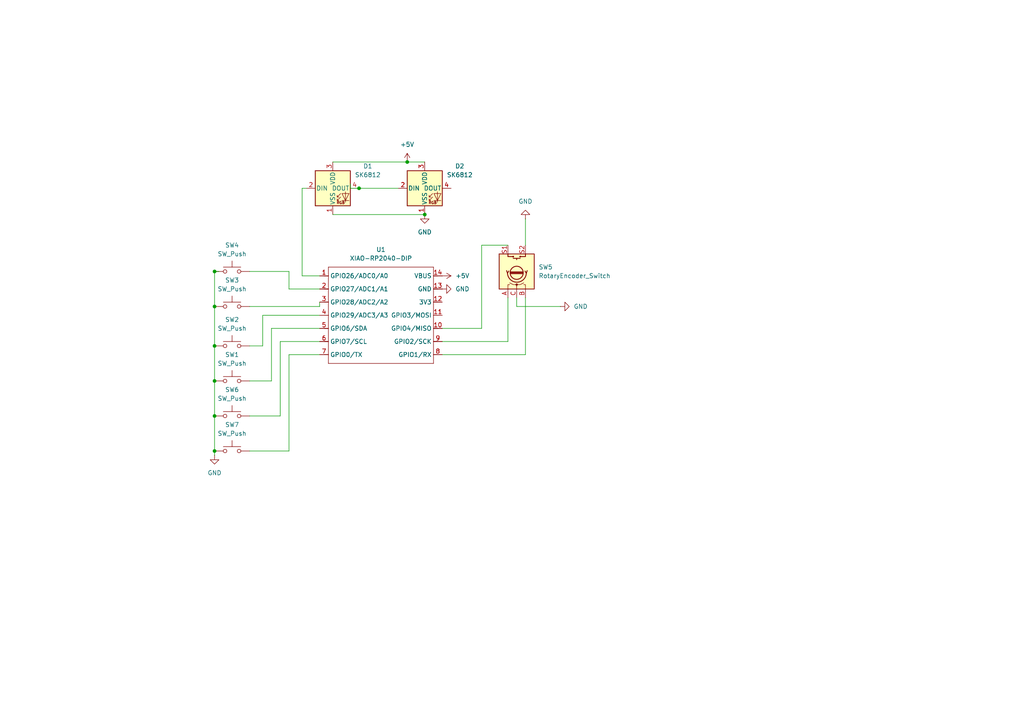
<source format=kicad_sch>
(kicad_sch
	(version 20250114)
	(generator "eeschema")
	(generator_version "9.0")
	(uuid "ee2e637e-3147-4442-92b3-4c2fcd1df389")
	(paper "A4")
	(lib_symbols
		(symbol "Device:RotaryEncoder_Switch"
			(pin_names
				(offset 0.254)
				(hide yes)
			)
			(exclude_from_sim no)
			(in_bom yes)
			(on_board yes)
			(property "Reference" "SW"
				(at 0 6.604 0)
				(effects
					(font
						(size 1.27 1.27)
					)
				)
			)
			(property "Value" "RotaryEncoder_Switch"
				(at 0 -6.604 0)
				(effects
					(font
						(size 1.27 1.27)
					)
				)
			)
			(property "Footprint" ""
				(at -3.81 4.064 0)
				(effects
					(font
						(size 1.27 1.27)
					)
					(hide yes)
				)
			)
			(property "Datasheet" "~"
				(at 0 6.604 0)
				(effects
					(font
						(size 1.27 1.27)
					)
					(hide yes)
				)
			)
			(property "Description" "Rotary encoder, dual channel, incremental quadrate outputs, with switch"
				(at 0 0 0)
				(effects
					(font
						(size 1.27 1.27)
					)
					(hide yes)
				)
			)
			(property "ki_keywords" "rotary switch encoder switch push button"
				(at 0 0 0)
				(effects
					(font
						(size 1.27 1.27)
					)
					(hide yes)
				)
			)
			(property "ki_fp_filters" "RotaryEncoder*Switch*"
				(at 0 0 0)
				(effects
					(font
						(size 1.27 1.27)
					)
					(hide yes)
				)
			)
			(symbol "RotaryEncoder_Switch_0_1"
				(rectangle
					(start -5.08 5.08)
					(end 5.08 -5.08)
					(stroke
						(width 0.254)
						(type default)
					)
					(fill
						(type background)
					)
				)
				(polyline
					(pts
						(xy -5.08 2.54) (xy -3.81 2.54) (xy -3.81 2.032)
					)
					(stroke
						(width 0)
						(type default)
					)
					(fill
						(type none)
					)
				)
				(polyline
					(pts
						(xy -5.08 0) (xy -3.81 0) (xy -3.81 -1.016) (xy -3.302 -2.032)
					)
					(stroke
						(width 0)
						(type default)
					)
					(fill
						(type none)
					)
				)
				(polyline
					(pts
						(xy -5.08 -2.54) (xy -3.81 -2.54) (xy -3.81 -2.032)
					)
					(stroke
						(width 0)
						(type default)
					)
					(fill
						(type none)
					)
				)
				(polyline
					(pts
						(xy -4.318 0) (xy -3.81 0) (xy -3.81 1.016) (xy -3.302 2.032)
					)
					(stroke
						(width 0)
						(type default)
					)
					(fill
						(type none)
					)
				)
				(circle
					(center -3.81 0)
					(radius 0.254)
					(stroke
						(width 0)
						(type default)
					)
					(fill
						(type outline)
					)
				)
				(polyline
					(pts
						(xy -0.635 -1.778) (xy -0.635 1.778)
					)
					(stroke
						(width 0.254)
						(type default)
					)
					(fill
						(type none)
					)
				)
				(circle
					(center -0.381 0)
					(radius 1.905)
					(stroke
						(width 0.254)
						(type default)
					)
					(fill
						(type none)
					)
				)
				(polyline
					(pts
						(xy -0.381 -1.778) (xy -0.381 1.778)
					)
					(stroke
						(width 0.254)
						(type default)
					)
					(fill
						(type none)
					)
				)
				(arc
					(start -0.381 -2.794)
					(mid -3.0988 -0.0635)
					(end -0.381 2.667)
					(stroke
						(width 0.254)
						(type default)
					)
					(fill
						(type none)
					)
				)
				(polyline
					(pts
						(xy -0.127 1.778) (xy -0.127 -1.778)
					)
					(stroke
						(width 0.254)
						(type default)
					)
					(fill
						(type none)
					)
				)
				(polyline
					(pts
						(xy 0.254 2.921) (xy -0.508 2.667) (xy 0.127 2.286)
					)
					(stroke
						(width 0.254)
						(type default)
					)
					(fill
						(type none)
					)
				)
				(polyline
					(pts
						(xy 0.254 -3.048) (xy -0.508 -2.794) (xy 0.127 -2.413)
					)
					(stroke
						(width 0.254)
						(type default)
					)
					(fill
						(type none)
					)
				)
				(polyline
					(pts
						(xy 3.81 1.016) (xy 3.81 -1.016)
					)
					(stroke
						(width 0.254)
						(type default)
					)
					(fill
						(type none)
					)
				)
				(polyline
					(pts
						(xy 3.81 0) (xy 3.429 0)
					)
					(stroke
						(width 0.254)
						(type default)
					)
					(fill
						(type none)
					)
				)
				(circle
					(center 4.318 1.016)
					(radius 0.127)
					(stroke
						(width 0.254)
						(type default)
					)
					(fill
						(type none)
					)
				)
				(circle
					(center 4.318 -1.016)
					(radius 0.127)
					(stroke
						(width 0.254)
						(type default)
					)
					(fill
						(type none)
					)
				)
				(polyline
					(pts
						(xy 5.08 2.54) (xy 4.318 2.54) (xy 4.318 1.016)
					)
					(stroke
						(width 0.254)
						(type default)
					)
					(fill
						(type none)
					)
				)
				(polyline
					(pts
						(xy 5.08 -2.54) (xy 4.318 -2.54) (xy 4.318 -1.016)
					)
					(stroke
						(width 0.254)
						(type default)
					)
					(fill
						(type none)
					)
				)
			)
			(symbol "RotaryEncoder_Switch_1_1"
				(pin passive line
					(at -7.62 2.54 0)
					(length 2.54)
					(name "A"
						(effects
							(font
								(size 1.27 1.27)
							)
						)
					)
					(number "A"
						(effects
							(font
								(size 1.27 1.27)
							)
						)
					)
				)
				(pin passive line
					(at -7.62 0 0)
					(length 2.54)
					(name "C"
						(effects
							(font
								(size 1.27 1.27)
							)
						)
					)
					(number "C"
						(effects
							(font
								(size 1.27 1.27)
							)
						)
					)
				)
				(pin passive line
					(at -7.62 -2.54 0)
					(length 2.54)
					(name "B"
						(effects
							(font
								(size 1.27 1.27)
							)
						)
					)
					(number "B"
						(effects
							(font
								(size 1.27 1.27)
							)
						)
					)
				)
				(pin passive line
					(at 7.62 2.54 180)
					(length 2.54)
					(name "S1"
						(effects
							(font
								(size 1.27 1.27)
							)
						)
					)
					(number "S1"
						(effects
							(font
								(size 1.27 1.27)
							)
						)
					)
				)
				(pin passive line
					(at 7.62 -2.54 180)
					(length 2.54)
					(name "S2"
						(effects
							(font
								(size 1.27 1.27)
							)
						)
					)
					(number "S2"
						(effects
							(font
								(size 1.27 1.27)
							)
						)
					)
				)
			)
			(embedded_fonts no)
		)
		(symbol "LED:SK6812"
			(pin_names
				(offset 0.254)
			)
			(exclude_from_sim no)
			(in_bom yes)
			(on_board yes)
			(property "Reference" "D"
				(at 5.08 5.715 0)
				(effects
					(font
						(size 1.27 1.27)
					)
					(justify right bottom)
				)
			)
			(property "Value" "SK6812"
				(at 1.27 -5.715 0)
				(effects
					(font
						(size 1.27 1.27)
					)
					(justify left top)
				)
			)
			(property "Footprint" "LED_SMD:LED_SK6812_PLCC4_5.0x5.0mm_P3.2mm"
				(at 1.27 -7.62 0)
				(effects
					(font
						(size 1.27 1.27)
					)
					(justify left top)
					(hide yes)
				)
			)
			(property "Datasheet" "https://cdn-shop.adafruit.com/product-files/1138/SK6812+LED+datasheet+.pdf"
				(at 2.54 -9.525 0)
				(effects
					(font
						(size 1.27 1.27)
					)
					(justify left top)
					(hide yes)
				)
			)
			(property "Description" "RGB LED with integrated controller"
				(at 0 0 0)
				(effects
					(font
						(size 1.27 1.27)
					)
					(hide yes)
				)
			)
			(property "ki_keywords" "RGB LED NeoPixel addressable"
				(at 0 0 0)
				(effects
					(font
						(size 1.27 1.27)
					)
					(hide yes)
				)
			)
			(property "ki_fp_filters" "LED*SK6812*PLCC*5.0x5.0mm*P3.2mm*"
				(at 0 0 0)
				(effects
					(font
						(size 1.27 1.27)
					)
					(hide yes)
				)
			)
			(symbol "SK6812_0_0"
				(text "RGB"
					(at 2.286 -4.191 0)
					(effects
						(font
							(size 0.762 0.762)
						)
					)
				)
			)
			(symbol "SK6812_0_1"
				(polyline
					(pts
						(xy 1.27 -2.54) (xy 1.778 -2.54)
					)
					(stroke
						(width 0)
						(type default)
					)
					(fill
						(type none)
					)
				)
				(polyline
					(pts
						(xy 1.27 -3.556) (xy 1.778 -3.556)
					)
					(stroke
						(width 0)
						(type default)
					)
					(fill
						(type none)
					)
				)
				(polyline
					(pts
						(xy 2.286 -1.524) (xy 1.27 -2.54) (xy 1.27 -2.032)
					)
					(stroke
						(width 0)
						(type default)
					)
					(fill
						(type none)
					)
				)
				(polyline
					(pts
						(xy 2.286 -2.54) (xy 1.27 -3.556) (xy 1.27 -3.048)
					)
					(stroke
						(width 0)
						(type default)
					)
					(fill
						(type none)
					)
				)
				(polyline
					(pts
						(xy 3.683 -1.016) (xy 3.683 -3.556) (xy 3.683 -4.064)
					)
					(stroke
						(width 0)
						(type default)
					)
					(fill
						(type none)
					)
				)
				(polyline
					(pts
						(xy 4.699 -1.524) (xy 2.667 -1.524) (xy 3.683 -3.556) (xy 4.699 -1.524)
					)
					(stroke
						(width 0)
						(type default)
					)
					(fill
						(type none)
					)
				)
				(polyline
					(pts
						(xy 4.699 -3.556) (xy 2.667 -3.556)
					)
					(stroke
						(width 0)
						(type default)
					)
					(fill
						(type none)
					)
				)
				(rectangle
					(start 5.08 5.08)
					(end -5.08 -5.08)
					(stroke
						(width 0.254)
						(type default)
					)
					(fill
						(type background)
					)
				)
			)
			(symbol "SK6812_1_1"
				(pin input line
					(at -7.62 0 0)
					(length 2.54)
					(name "DIN"
						(effects
							(font
								(size 1.27 1.27)
							)
						)
					)
					(number "2"
						(effects
							(font
								(size 1.27 1.27)
							)
						)
					)
				)
				(pin power_in line
					(at 0 7.62 270)
					(length 2.54)
					(name "VDD"
						(effects
							(font
								(size 1.27 1.27)
							)
						)
					)
					(number "3"
						(effects
							(font
								(size 1.27 1.27)
							)
						)
					)
				)
				(pin power_in line
					(at 0 -7.62 90)
					(length 2.54)
					(name "VSS"
						(effects
							(font
								(size 1.27 1.27)
							)
						)
					)
					(number "1"
						(effects
							(font
								(size 1.27 1.27)
							)
						)
					)
				)
				(pin output line
					(at 7.62 0 180)
					(length 2.54)
					(name "DOUT"
						(effects
							(font
								(size 1.27 1.27)
							)
						)
					)
					(number "4"
						(effects
							(font
								(size 1.27 1.27)
							)
						)
					)
				)
			)
			(embedded_fonts no)
		)
		(symbol "OPL:XIAO-RP2040-DIP"
			(exclude_from_sim no)
			(in_bom yes)
			(on_board yes)
			(property "Reference" "U"
				(at 0 0 0)
				(effects
					(font
						(size 1.27 1.27)
					)
				)
			)
			(property "Value" "XIAO-RP2040-DIP"
				(at 5.334 -1.778 0)
				(effects
					(font
						(size 1.27 1.27)
					)
				)
			)
			(property "Footprint" "Module:MOUDLE14P-XIAO-DIP-SMD"
				(at 14.478 -32.258 0)
				(effects
					(font
						(size 1.27 1.27)
					)
					(hide yes)
				)
			)
			(property "Datasheet" ""
				(at 0 0 0)
				(effects
					(font
						(size 1.27 1.27)
					)
					(hide yes)
				)
			)
			(property "Description" ""
				(at 0 0 0)
				(effects
					(font
						(size 1.27 1.27)
					)
					(hide yes)
				)
			)
			(symbol "XIAO-RP2040-DIP_1_0"
				(polyline
					(pts
						(xy -1.27 -2.54) (xy 29.21 -2.54)
					)
					(stroke
						(width 0.1524)
						(type solid)
					)
					(fill
						(type none)
					)
				)
				(polyline
					(pts
						(xy -1.27 -5.08) (xy -2.54 -5.08)
					)
					(stroke
						(width 0.1524)
						(type solid)
					)
					(fill
						(type none)
					)
				)
				(polyline
					(pts
						(xy -1.27 -5.08) (xy -1.27 -2.54)
					)
					(stroke
						(width 0.1524)
						(type solid)
					)
					(fill
						(type none)
					)
				)
				(polyline
					(pts
						(xy -1.27 -8.89) (xy -2.54 -8.89)
					)
					(stroke
						(width 0.1524)
						(type solid)
					)
					(fill
						(type none)
					)
				)
				(polyline
					(pts
						(xy -1.27 -8.89) (xy -1.27 -5.08)
					)
					(stroke
						(width 0.1524)
						(type solid)
					)
					(fill
						(type none)
					)
				)
				(polyline
					(pts
						(xy -1.27 -12.7) (xy -2.54 -12.7)
					)
					(stroke
						(width 0.1524)
						(type solid)
					)
					(fill
						(type none)
					)
				)
				(polyline
					(pts
						(xy -1.27 -12.7) (xy -1.27 -8.89)
					)
					(stroke
						(width 0.1524)
						(type solid)
					)
					(fill
						(type none)
					)
				)
				(polyline
					(pts
						(xy -1.27 -16.51) (xy -2.54 -16.51)
					)
					(stroke
						(width 0.1524)
						(type solid)
					)
					(fill
						(type none)
					)
				)
				(polyline
					(pts
						(xy -1.27 -16.51) (xy -1.27 -12.7)
					)
					(stroke
						(width 0.1524)
						(type solid)
					)
					(fill
						(type none)
					)
				)
				(polyline
					(pts
						(xy -1.27 -20.32) (xy -2.54 -20.32)
					)
					(stroke
						(width 0.1524)
						(type solid)
					)
					(fill
						(type none)
					)
				)
				(polyline
					(pts
						(xy -1.27 -24.13) (xy -2.54 -24.13)
					)
					(stroke
						(width 0.1524)
						(type solid)
					)
					(fill
						(type none)
					)
				)
				(polyline
					(pts
						(xy -1.27 -27.94) (xy -2.54 -27.94)
					)
					(stroke
						(width 0.1524)
						(type solid)
					)
					(fill
						(type none)
					)
				)
				(polyline
					(pts
						(xy -1.27 -30.48) (xy -1.27 -16.51)
					)
					(stroke
						(width 0.1524)
						(type solid)
					)
					(fill
						(type none)
					)
				)
				(polyline
					(pts
						(xy 29.21 -2.54) (xy 29.21 -5.08)
					)
					(stroke
						(width 0.1524)
						(type solid)
					)
					(fill
						(type none)
					)
				)
				(polyline
					(pts
						(xy 29.21 -5.08) (xy 29.21 -8.89)
					)
					(stroke
						(width 0.1524)
						(type solid)
					)
					(fill
						(type none)
					)
				)
				(polyline
					(pts
						(xy 29.21 -8.89) (xy 29.21 -12.7)
					)
					(stroke
						(width 0.1524)
						(type solid)
					)
					(fill
						(type none)
					)
				)
				(polyline
					(pts
						(xy 29.21 -12.7) (xy 29.21 -30.48)
					)
					(stroke
						(width 0.1524)
						(type solid)
					)
					(fill
						(type none)
					)
				)
				(polyline
					(pts
						(xy 29.21 -30.48) (xy -1.27 -30.48)
					)
					(stroke
						(width 0.1524)
						(type solid)
					)
					(fill
						(type none)
					)
				)
				(polyline
					(pts
						(xy 30.48 -5.08) (xy 29.21 -5.08)
					)
					(stroke
						(width 0.1524)
						(type solid)
					)
					(fill
						(type none)
					)
				)
				(polyline
					(pts
						(xy 30.48 -8.89) (xy 29.21 -8.89)
					)
					(stroke
						(width 0.1524)
						(type solid)
					)
					(fill
						(type none)
					)
				)
				(polyline
					(pts
						(xy 30.48 -12.7) (xy 29.21 -12.7)
					)
					(stroke
						(width 0.1524)
						(type solid)
					)
					(fill
						(type none)
					)
				)
				(polyline
					(pts
						(xy 30.48 -16.51) (xy 29.21 -16.51)
					)
					(stroke
						(width 0.1524)
						(type solid)
					)
					(fill
						(type none)
					)
				)
				(polyline
					(pts
						(xy 30.48 -20.32) (xy 29.21 -20.32)
					)
					(stroke
						(width 0.1524)
						(type solid)
					)
					(fill
						(type none)
					)
				)
				(polyline
					(pts
						(xy 30.48 -24.13) (xy 29.21 -24.13)
					)
					(stroke
						(width 0.1524)
						(type solid)
					)
					(fill
						(type none)
					)
				)
				(polyline
					(pts
						(xy 30.48 -27.94) (xy 29.21 -27.94)
					)
					(stroke
						(width 0.1524)
						(type solid)
					)
					(fill
						(type none)
					)
				)
				(pin passive line
					(at -3.81 -5.08 0)
					(length 2.54)
					(name "GPIO26/ADC0/A0"
						(effects
							(font
								(size 1.27 1.27)
							)
						)
					)
					(number "1"
						(effects
							(font
								(size 1.27 1.27)
							)
						)
					)
				)
				(pin passive line
					(at -3.81 -8.89 0)
					(length 2.54)
					(name "GPIO27/ADC1/A1"
						(effects
							(font
								(size 1.27 1.27)
							)
						)
					)
					(number "2"
						(effects
							(font
								(size 1.27 1.27)
							)
						)
					)
				)
				(pin passive line
					(at -3.81 -12.7 0)
					(length 2.54)
					(name "GPIO28/ADC2/A2"
						(effects
							(font
								(size 1.27 1.27)
							)
						)
					)
					(number "3"
						(effects
							(font
								(size 1.27 1.27)
							)
						)
					)
				)
				(pin passive line
					(at -3.81 -16.51 0)
					(length 2.54)
					(name "GPIO29/ADC3/A3"
						(effects
							(font
								(size 1.27 1.27)
							)
						)
					)
					(number "4"
						(effects
							(font
								(size 1.27 1.27)
							)
						)
					)
				)
				(pin passive line
					(at -3.81 -20.32 0)
					(length 2.54)
					(name "GPIO6/SDA"
						(effects
							(font
								(size 1.27 1.27)
							)
						)
					)
					(number "5"
						(effects
							(font
								(size 1.27 1.27)
							)
						)
					)
				)
				(pin passive line
					(at -3.81 -24.13 0)
					(length 2.54)
					(name "GPIO7/SCL"
						(effects
							(font
								(size 1.27 1.27)
							)
						)
					)
					(number "6"
						(effects
							(font
								(size 1.27 1.27)
							)
						)
					)
				)
				(pin passive line
					(at -3.81 -27.94 0)
					(length 2.54)
					(name "GPIO0/TX"
						(effects
							(font
								(size 1.27 1.27)
							)
						)
					)
					(number "7"
						(effects
							(font
								(size 1.27 1.27)
							)
						)
					)
				)
				(pin passive line
					(at 31.75 -5.08 180)
					(length 2.54)
					(name "VBUS"
						(effects
							(font
								(size 1.27 1.27)
							)
						)
					)
					(number "14"
						(effects
							(font
								(size 1.27 1.27)
							)
						)
					)
				)
				(pin passive line
					(at 31.75 -8.89 180)
					(length 2.54)
					(name "GND"
						(effects
							(font
								(size 1.27 1.27)
							)
						)
					)
					(number "13"
						(effects
							(font
								(size 1.27 1.27)
							)
						)
					)
				)
				(pin passive line
					(at 31.75 -12.7 180)
					(length 2.54)
					(name "3V3"
						(effects
							(font
								(size 1.27 1.27)
							)
						)
					)
					(number "12"
						(effects
							(font
								(size 1.27 1.27)
							)
						)
					)
				)
				(pin passive line
					(at 31.75 -16.51 180)
					(length 2.54)
					(name "GPIO3/MOSI"
						(effects
							(font
								(size 1.27 1.27)
							)
						)
					)
					(number "11"
						(effects
							(font
								(size 1.27 1.27)
							)
						)
					)
				)
				(pin passive line
					(at 31.75 -20.32 180)
					(length 2.54)
					(name "GPIO4/MISO"
						(effects
							(font
								(size 1.27 1.27)
							)
						)
					)
					(number "10"
						(effects
							(font
								(size 1.27 1.27)
							)
						)
					)
				)
				(pin passive line
					(at 31.75 -24.13 180)
					(length 2.54)
					(name "GPIO2/SCK"
						(effects
							(font
								(size 1.27 1.27)
							)
						)
					)
					(number "9"
						(effects
							(font
								(size 1.27 1.27)
							)
						)
					)
				)
				(pin passive line
					(at 31.75 -27.94 180)
					(length 2.54)
					(name "GPIO1/RX"
						(effects
							(font
								(size 1.27 1.27)
							)
						)
					)
					(number "8"
						(effects
							(font
								(size 1.27 1.27)
							)
						)
					)
				)
			)
			(embedded_fonts no)
		)
		(symbol "Switch:SW_Push"
			(pin_numbers
				(hide yes)
			)
			(pin_names
				(offset 1.016)
				(hide yes)
			)
			(exclude_from_sim no)
			(in_bom yes)
			(on_board yes)
			(property "Reference" "SW"
				(at 1.27 2.54 0)
				(effects
					(font
						(size 1.27 1.27)
					)
					(justify left)
				)
			)
			(property "Value" "SW_Push"
				(at 0 -1.524 0)
				(effects
					(font
						(size 1.27 1.27)
					)
				)
			)
			(property "Footprint" ""
				(at 0 5.08 0)
				(effects
					(font
						(size 1.27 1.27)
					)
					(hide yes)
				)
			)
			(property "Datasheet" "~"
				(at 0 5.08 0)
				(effects
					(font
						(size 1.27 1.27)
					)
					(hide yes)
				)
			)
			(property "Description" "Push button switch, generic, two pins"
				(at 0 0 0)
				(effects
					(font
						(size 1.27 1.27)
					)
					(hide yes)
				)
			)
			(property "ki_keywords" "switch normally-open pushbutton push-button"
				(at 0 0 0)
				(effects
					(font
						(size 1.27 1.27)
					)
					(hide yes)
				)
			)
			(symbol "SW_Push_0_1"
				(circle
					(center -2.032 0)
					(radius 0.508)
					(stroke
						(width 0)
						(type default)
					)
					(fill
						(type none)
					)
				)
				(polyline
					(pts
						(xy 0 1.27) (xy 0 3.048)
					)
					(stroke
						(width 0)
						(type default)
					)
					(fill
						(type none)
					)
				)
				(circle
					(center 2.032 0)
					(radius 0.508)
					(stroke
						(width 0)
						(type default)
					)
					(fill
						(type none)
					)
				)
				(polyline
					(pts
						(xy 2.54 1.27) (xy -2.54 1.27)
					)
					(stroke
						(width 0)
						(type default)
					)
					(fill
						(type none)
					)
				)
				(pin passive line
					(at -5.08 0 0)
					(length 2.54)
					(name "1"
						(effects
							(font
								(size 1.27 1.27)
							)
						)
					)
					(number "1"
						(effects
							(font
								(size 1.27 1.27)
							)
						)
					)
				)
				(pin passive line
					(at 5.08 0 180)
					(length 2.54)
					(name "2"
						(effects
							(font
								(size 1.27 1.27)
							)
						)
					)
					(number "2"
						(effects
							(font
								(size 1.27 1.27)
							)
						)
					)
				)
			)
			(embedded_fonts no)
		)
		(symbol "power:+5V"
			(power)
			(pin_numbers
				(hide yes)
			)
			(pin_names
				(offset 0)
				(hide yes)
			)
			(exclude_from_sim no)
			(in_bom yes)
			(on_board yes)
			(property "Reference" "#PWR"
				(at 0 -3.81 0)
				(effects
					(font
						(size 1.27 1.27)
					)
					(hide yes)
				)
			)
			(property "Value" "+5V"
				(at 0 3.556 0)
				(effects
					(font
						(size 1.27 1.27)
					)
				)
			)
			(property "Footprint" ""
				(at 0 0 0)
				(effects
					(font
						(size 1.27 1.27)
					)
					(hide yes)
				)
			)
			(property "Datasheet" ""
				(at 0 0 0)
				(effects
					(font
						(size 1.27 1.27)
					)
					(hide yes)
				)
			)
			(property "Description" "Power symbol creates a global label with name \"+5V\""
				(at 0 0 0)
				(effects
					(font
						(size 1.27 1.27)
					)
					(hide yes)
				)
			)
			(property "ki_keywords" "global power"
				(at 0 0 0)
				(effects
					(font
						(size 1.27 1.27)
					)
					(hide yes)
				)
			)
			(symbol "+5V_0_1"
				(polyline
					(pts
						(xy -0.762 1.27) (xy 0 2.54)
					)
					(stroke
						(width 0)
						(type default)
					)
					(fill
						(type none)
					)
				)
				(polyline
					(pts
						(xy 0 2.54) (xy 0.762 1.27)
					)
					(stroke
						(width 0)
						(type default)
					)
					(fill
						(type none)
					)
				)
				(polyline
					(pts
						(xy 0 0) (xy 0 2.54)
					)
					(stroke
						(width 0)
						(type default)
					)
					(fill
						(type none)
					)
				)
			)
			(symbol "+5V_1_1"
				(pin power_in line
					(at 0 0 90)
					(length 0)
					(name "~"
						(effects
							(font
								(size 1.27 1.27)
							)
						)
					)
					(number "1"
						(effects
							(font
								(size 1.27 1.27)
							)
						)
					)
				)
			)
			(embedded_fonts no)
		)
		(symbol "power:GND"
			(power)
			(pin_numbers
				(hide yes)
			)
			(pin_names
				(offset 0)
				(hide yes)
			)
			(exclude_from_sim no)
			(in_bom yes)
			(on_board yes)
			(property "Reference" "#PWR"
				(at 0 -6.35 0)
				(effects
					(font
						(size 1.27 1.27)
					)
					(hide yes)
				)
			)
			(property "Value" "GND"
				(at 0 -3.81 0)
				(effects
					(font
						(size 1.27 1.27)
					)
				)
			)
			(property "Footprint" ""
				(at 0 0 0)
				(effects
					(font
						(size 1.27 1.27)
					)
					(hide yes)
				)
			)
			(property "Datasheet" ""
				(at 0 0 0)
				(effects
					(font
						(size 1.27 1.27)
					)
					(hide yes)
				)
			)
			(property "Description" "Power symbol creates a global label with name \"GND\" , ground"
				(at 0 0 0)
				(effects
					(font
						(size 1.27 1.27)
					)
					(hide yes)
				)
			)
			(property "ki_keywords" "global power"
				(at 0 0 0)
				(effects
					(font
						(size 1.27 1.27)
					)
					(hide yes)
				)
			)
			(symbol "GND_0_1"
				(polyline
					(pts
						(xy 0 0) (xy 0 -1.27) (xy 1.27 -1.27) (xy 0 -2.54) (xy -1.27 -1.27) (xy 0 -1.27)
					)
					(stroke
						(width 0)
						(type default)
					)
					(fill
						(type none)
					)
				)
			)
			(symbol "GND_1_1"
				(pin power_in line
					(at 0 0 270)
					(length 0)
					(name "~"
						(effects
							(font
								(size 1.27 1.27)
							)
						)
					)
					(number "1"
						(effects
							(font
								(size 1.27 1.27)
							)
						)
					)
				)
			)
			(embedded_fonts no)
		)
	)
	(junction
		(at 62.23 130.81)
		(diameter 0)
		(color 0 0 0 0)
		(uuid "1f5e6903-1540-44c0-b9bb-a731ff5f91ea")
	)
	(junction
		(at 62.23 78.74)
		(diameter 0)
		(color 0 0 0 0)
		(uuid "43994ced-b5ab-42b6-b0b3-130c773d5a0f")
	)
	(junction
		(at 123.19 62.23)
		(diameter 0)
		(color 0 0 0 0)
		(uuid "4944adb5-09b7-45fc-b320-b0e642066c3a")
	)
	(junction
		(at 62.23 88.9)
		(diameter 0)
		(color 0 0 0 0)
		(uuid "4f59e6fd-a71e-45f9-9eb5-8b1de9982c55")
	)
	(junction
		(at 62.23 100.33)
		(diameter 0)
		(color 0 0 0 0)
		(uuid "7f1ba6a9-98fa-4982-b201-dcf02f973516")
	)
	(junction
		(at 62.23 120.65)
		(diameter 0)
		(color 0 0 0 0)
		(uuid "88899ea1-0f20-4923-9964-69bcbb7be831")
	)
	(junction
		(at 62.23 110.49)
		(diameter 0)
		(color 0 0 0 0)
		(uuid "b9c306c5-279c-4994-a4b0-366a685894cf")
	)
	(junction
		(at 118.11 46.99)
		(diameter 0)
		(color 0 0 0 0)
		(uuid "faf3df4a-61b8-44e3-8460-f20c2b19f13d")
	)
	(junction
		(at 104.14 54.61)
		(diameter 0)
		(color 0 0 0 0)
		(uuid "fb890d3c-5269-4d33-9ec3-81a5b83af418")
	)
	(wire
		(pts
			(xy 78.74 95.25) (xy 78.74 110.49)
		)
		(stroke
			(width 0)
			(type default)
		)
		(uuid "007b164d-c7ea-4371-9c42-02bc62e2b5d0")
	)
	(wire
		(pts
			(xy 149.86 88.9) (xy 162.56 88.9)
		)
		(stroke
			(width 0)
			(type default)
		)
		(uuid "04961cb0-afbe-45f9-ac36-9061dd372e99")
	)
	(wire
		(pts
			(xy 83.82 78.74) (xy 72.39 78.74)
		)
		(stroke
			(width 0)
			(type default)
		)
		(uuid "0512c2a1-bad5-43b7-8b71-5f8b2ffde70f")
	)
	(wire
		(pts
			(xy 62.23 120.65) (xy 62.23 130.81)
		)
		(stroke
			(width 0)
			(type default)
		)
		(uuid "05ecbf5d-b576-4b24-9c02-ae87d98fefa8")
	)
	(wire
		(pts
			(xy 147.32 99.06) (xy 128.27 99.06)
		)
		(stroke
			(width 0)
			(type default)
		)
		(uuid "08f28a5d-e336-416f-88b8-2931ef770580")
	)
	(wire
		(pts
			(xy 96.52 46.99) (xy 118.11 46.99)
		)
		(stroke
			(width 0)
			(type default)
		)
		(uuid "09e4e080-36da-4119-975d-714ba58604b1")
	)
	(wire
		(pts
			(xy 83.82 83.82) (xy 92.71 83.82)
		)
		(stroke
			(width 0)
			(type default)
		)
		(uuid "0f0c0c3e-25dd-47b3-8cea-9d064463d97a")
	)
	(wire
		(pts
			(xy 101.6 54.61) (xy 104.14 54.61)
		)
		(stroke
			(width 0)
			(type default)
		)
		(uuid "211e216f-f969-4d66-8f0b-f25d9e84466e")
	)
	(wire
		(pts
			(xy 149.86 86.36) (xy 149.86 88.9)
		)
		(stroke
			(width 0)
			(type default)
		)
		(uuid "23c612a4-429e-4b4a-8f6e-51be335f8e74")
	)
	(wire
		(pts
			(xy 63.5 78.74) (xy 62.23 78.74)
		)
		(stroke
			(width 0)
			(type default)
		)
		(uuid "2ae0d18d-ac2f-4448-9026-476882bd2538")
	)
	(wire
		(pts
			(xy 139.7 71.12) (xy 139.7 95.25)
		)
		(stroke
			(width 0)
			(type default)
		)
		(uuid "443ebeaf-d3fd-4c10-97a3-f2abe6d02d23")
	)
	(wire
		(pts
			(xy 147.32 86.36) (xy 147.32 99.06)
		)
		(stroke
			(width 0)
			(type default)
		)
		(uuid "44a2db16-d8d3-433b-98f0-858e77d957e7")
	)
	(wire
		(pts
			(xy 62.23 110.49) (xy 62.23 120.65)
		)
		(stroke
			(width 0)
			(type default)
		)
		(uuid "4e140a83-9cd1-4402-a087-6c50dc7ec1f4")
	)
	(wire
		(pts
			(xy 78.74 95.25) (xy 92.71 95.25)
		)
		(stroke
			(width 0)
			(type default)
		)
		(uuid "555f8a8b-6107-40e1-8ca3-020c7d795c1e")
	)
	(wire
		(pts
			(xy 87.63 54.61) (xy 87.63 80.01)
		)
		(stroke
			(width 0)
			(type default)
		)
		(uuid "59223298-2596-4b56-a6fe-27e55abbf93a")
	)
	(wire
		(pts
			(xy 87.63 80.01) (xy 92.71 80.01)
		)
		(stroke
			(width 0)
			(type default)
		)
		(uuid "656a96f8-8fae-43ed-9470-9e5d5d472ee0")
	)
	(wire
		(pts
			(xy 76.2 100.33) (xy 76.2 91.44)
		)
		(stroke
			(width 0)
			(type default)
		)
		(uuid "6b1c7c17-d2c7-4079-a9af-e4d2e9e24d54")
	)
	(wire
		(pts
			(xy 78.74 110.49) (xy 72.39 110.49)
		)
		(stroke
			(width 0)
			(type default)
		)
		(uuid "7c42cfbb-1386-4173-8ae8-3a236e83f611")
	)
	(wire
		(pts
			(xy 62.23 88.9) (xy 62.23 100.33)
		)
		(stroke
			(width 0)
			(type default)
		)
		(uuid "7d011e09-e6b3-4508-9d91-689657e18617")
	)
	(wire
		(pts
			(xy 139.7 95.25) (xy 128.27 95.25)
		)
		(stroke
			(width 0)
			(type default)
		)
		(uuid "820a7d3f-034a-4acf-bd0a-e3bbb4678a6b")
	)
	(wire
		(pts
			(xy 81.28 120.65) (xy 81.28 99.06)
		)
		(stroke
			(width 0)
			(type default)
		)
		(uuid "8289d7b8-c565-4792-a9fa-3337504f735f")
	)
	(wire
		(pts
			(xy 83.82 130.81) (xy 83.82 102.87)
		)
		(stroke
			(width 0)
			(type default)
		)
		(uuid "843a7df9-308f-4a55-9e88-c46999717ab9")
	)
	(wire
		(pts
			(xy 83.82 78.74) (xy 83.82 83.82)
		)
		(stroke
			(width 0)
			(type default)
		)
		(uuid "8cc280c8-cf65-493b-913a-ae8ad6bc03dd")
	)
	(wire
		(pts
			(xy 81.28 99.06) (xy 92.71 99.06)
		)
		(stroke
			(width 0)
			(type default)
		)
		(uuid "9894445b-27e0-479d-bee1-90d498cfa217")
	)
	(wire
		(pts
			(xy 62.23 78.74) (xy 62.23 88.9)
		)
		(stroke
			(width 0)
			(type default)
		)
		(uuid "a0cf7825-87ac-4eb6-9df0-a54f9536342b")
	)
	(wire
		(pts
			(xy 92.71 88.9) (xy 92.71 87.63)
		)
		(stroke
			(width 0)
			(type default)
		)
		(uuid "a7506c00-42e1-4bfa-adea-75502118a01a")
	)
	(wire
		(pts
			(xy 152.4 102.87) (xy 128.27 102.87)
		)
		(stroke
			(width 0)
			(type default)
		)
		(uuid "ac7fdcfb-82a9-4d4e-96cf-1fda8b8df0bf")
	)
	(wire
		(pts
			(xy 123.19 46.99) (xy 118.11 46.99)
		)
		(stroke
			(width 0)
			(type default)
		)
		(uuid "beb68c5b-8a2c-4e96-9c8b-8ddf5d3760ae")
	)
	(wire
		(pts
			(xy 72.39 130.81) (xy 83.82 130.81)
		)
		(stroke
			(width 0)
			(type default)
		)
		(uuid "c22b0456-dde6-45a8-8d6e-af52cee393c5")
	)
	(wire
		(pts
			(xy 83.82 102.87) (xy 92.71 102.87)
		)
		(stroke
			(width 0)
			(type default)
		)
		(uuid "cc8f69c7-8068-4993-a8d4-8d3df07b58b0")
	)
	(wire
		(pts
			(xy 72.39 88.9) (xy 92.71 88.9)
		)
		(stroke
			(width 0)
			(type default)
		)
		(uuid "d5d961f9-0bc1-4b95-9696-f2dab1fcb6ee")
	)
	(wire
		(pts
			(xy 62.23 132.08) (xy 62.23 130.81)
		)
		(stroke
			(width 0)
			(type default)
		)
		(uuid "d935dd1e-09a7-4831-bf7c-0db52b190754")
	)
	(wire
		(pts
			(xy 72.39 120.65) (xy 81.28 120.65)
		)
		(stroke
			(width 0)
			(type default)
		)
		(uuid "dd967fb4-b476-401d-91b7-92c96ec9d64f")
	)
	(wire
		(pts
			(xy 147.32 71.12) (xy 139.7 71.12)
		)
		(stroke
			(width 0)
			(type default)
		)
		(uuid "de19078c-6e29-4856-bf07-a88f437700da")
	)
	(wire
		(pts
			(xy 76.2 91.44) (xy 92.71 91.44)
		)
		(stroke
			(width 0)
			(type default)
		)
		(uuid "e7ddaf5e-5f73-4946-bb5f-06a576eb7e30")
	)
	(wire
		(pts
			(xy 101.6 53.34) (xy 101.6 54.61)
		)
		(stroke
			(width 0)
			(type default)
		)
		(uuid "e85c9717-a6e8-4fe2-88c8-357182ea597c")
	)
	(wire
		(pts
			(xy 62.23 100.33) (xy 62.23 110.49)
		)
		(stroke
			(width 0)
			(type default)
		)
		(uuid "ed512a7c-4d5e-4f6c-af54-db28ce83181e")
	)
	(wire
		(pts
			(xy 76.2 100.33) (xy 72.39 100.33)
		)
		(stroke
			(width 0)
			(type default)
		)
		(uuid "ede04d05-3c48-4090-aa5e-9764faf41b0d")
	)
	(wire
		(pts
			(xy 87.63 54.61) (xy 88.9 54.61)
		)
		(stroke
			(width 0)
			(type default)
		)
		(uuid "efca526c-b4c5-474e-a461-9a8b71ad48e6")
	)
	(wire
		(pts
			(xy 152.4 86.36) (xy 152.4 102.87)
		)
		(stroke
			(width 0)
			(type default)
		)
		(uuid "f3175b05-1218-44ce-b7b2-4efe03ae5f80")
	)
	(wire
		(pts
			(xy 104.14 54.61) (xy 115.57 54.61)
		)
		(stroke
			(width 0)
			(type default)
		)
		(uuid "f422d059-252a-48fe-a8d5-94a51d082779")
	)
	(wire
		(pts
			(xy 96.52 62.23) (xy 123.19 62.23)
		)
		(stroke
			(width 0)
			(type default)
		)
		(uuid "fe3748ac-5689-4c45-961f-e7f781d65451")
	)
	(wire
		(pts
			(xy 152.4 63.5) (xy 152.4 71.12)
		)
		(stroke
			(width 0)
			(type default)
		)
		(uuid "fe757187-25eb-4ab0-9b37-d8b6a3f1d290")
	)
	(symbol
		(lib_id "power:GND")
		(at 162.56 88.9 90)
		(unit 1)
		(exclude_from_sim no)
		(in_bom yes)
		(on_board yes)
		(dnp no)
		(fields_autoplaced yes)
		(uuid "1bbd15c8-5e39-4161-b8b2-88c84b160fa5")
		(property "Reference" "#PWR04"
			(at 168.91 88.9 0)
			(effects
				(font
					(size 1.27 1.27)
				)
				(hide yes)
			)
		)
		(property "Value" "GND"
			(at 166.37 88.8999 90)
			(effects
				(font
					(size 1.27 1.27)
				)
				(justify right)
			)
		)
		(property "Footprint" ""
			(at 162.56 88.9 0)
			(effects
				(font
					(size 1.27 1.27)
				)
				(hide yes)
			)
		)
		(property "Datasheet" ""
			(at 162.56 88.9 0)
			(effects
				(font
					(size 1.27 1.27)
				)
				(hide yes)
			)
		)
		(property "Description" "Power symbol creates a global label with name \"GND\" , ground"
			(at 162.56 88.9 0)
			(effects
				(font
					(size 1.27 1.27)
				)
				(hide yes)
			)
		)
		(pin "1"
			(uuid "c2ac9d12-fe20-447e-8eed-ee6e6804b181")
		)
		(instances
			(project ""
				(path "/ee2e637e-3147-4442-92b3-4c2fcd1df389"
					(reference "#PWR04")
					(unit 1)
				)
			)
		)
	)
	(symbol
		(lib_id "Switch:SW_Push")
		(at 67.31 88.9 0)
		(unit 1)
		(exclude_from_sim no)
		(in_bom yes)
		(on_board yes)
		(dnp no)
		(fields_autoplaced yes)
		(uuid "1ffca5cd-85b7-449b-9f98-26a4b2be7dec")
		(property "Reference" "SW3"
			(at 67.31 81.28 0)
			(effects
				(font
					(size 1.27 1.27)
				)
			)
		)
		(property "Value" "SW_Push"
			(at 67.31 83.82 0)
			(effects
				(font
					(size 1.27 1.27)
				)
			)
		)
		(property "Footprint" "Button_Switch_Keyboard:SW_Cherry_MX_1.00u_PCB"
			(at 67.31 83.82 0)
			(effects
				(font
					(size 1.27 1.27)
				)
				(hide yes)
			)
		)
		(property "Datasheet" "~"
			(at 67.31 83.82 0)
			(effects
				(font
					(size 1.27 1.27)
				)
				(hide yes)
			)
		)
		(property "Description" "Push button switch, generic, two pins"
			(at 67.31 88.9 0)
			(effects
				(font
					(size 1.27 1.27)
				)
				(hide yes)
			)
		)
		(pin "1"
			(uuid "da209630-b85e-442f-9b39-ab4d75433752")
		)
		(pin "2"
			(uuid "c69ef460-2588-4df4-aac8-ec7ecef6288c")
		)
		(instances
			(project ""
				(path "/ee2e637e-3147-4442-92b3-4c2fcd1df389"
					(reference "SW3")
					(unit 1)
				)
			)
		)
	)
	(symbol
		(lib_id "power:GND")
		(at 152.4 63.5 180)
		(unit 1)
		(exclude_from_sim no)
		(in_bom yes)
		(on_board yes)
		(dnp no)
		(fields_autoplaced yes)
		(uuid "3f2dbd25-b417-4825-9416-0c577cec4240")
		(property "Reference" "#PWR05"
			(at 152.4 57.15 0)
			(effects
				(font
					(size 1.27 1.27)
				)
				(hide yes)
			)
		)
		(property "Value" "GND"
			(at 152.4 58.42 0)
			(effects
				(font
					(size 1.27 1.27)
				)
			)
		)
		(property "Footprint" ""
			(at 152.4 63.5 0)
			(effects
				(font
					(size 1.27 1.27)
				)
				(hide yes)
			)
		)
		(property "Datasheet" ""
			(at 152.4 63.5 0)
			(effects
				(font
					(size 1.27 1.27)
				)
				(hide yes)
			)
		)
		(property "Description" "Power symbol creates a global label with name \"GND\" , ground"
			(at 152.4 63.5 0)
			(effects
				(font
					(size 1.27 1.27)
				)
				(hide yes)
			)
		)
		(pin "1"
			(uuid "9531106f-e227-4893-85af-cdf6d35d0a3d")
		)
		(instances
			(project ""
				(path "/ee2e637e-3147-4442-92b3-4c2fcd1df389"
					(reference "#PWR05")
					(unit 1)
				)
			)
		)
	)
	(symbol
		(lib_id "power:GND")
		(at 62.23 132.08 0)
		(unit 1)
		(exclude_from_sim no)
		(in_bom yes)
		(on_board yes)
		(dnp no)
		(fields_autoplaced yes)
		(uuid "41b0a287-6920-4a65-8340-414e8e050e34")
		(property "Reference" "#PWR02"
			(at 62.23 138.43 0)
			(effects
				(font
					(size 1.27 1.27)
				)
				(hide yes)
			)
		)
		(property "Value" "GND"
			(at 62.23 137.16 0)
			(effects
				(font
					(size 1.27 1.27)
				)
			)
		)
		(property "Footprint" ""
			(at 62.23 132.08 0)
			(effects
				(font
					(size 1.27 1.27)
				)
				(hide yes)
			)
		)
		(property "Datasheet" ""
			(at 62.23 132.08 0)
			(effects
				(font
					(size 1.27 1.27)
				)
				(hide yes)
			)
		)
		(property "Description" "Power symbol creates a global label with name \"GND\" , ground"
			(at 62.23 132.08 0)
			(effects
				(font
					(size 1.27 1.27)
				)
				(hide yes)
			)
		)
		(pin "1"
			(uuid "28d4f0d1-70de-4dd0-bc31-470dded0ded7")
		)
		(instances
			(project ""
				(path "/ee2e637e-3147-4442-92b3-4c2fcd1df389"
					(reference "#PWR02")
					(unit 1)
				)
			)
		)
	)
	(symbol
		(lib_id "Device:RotaryEncoder_Switch")
		(at 149.86 78.74 90)
		(unit 1)
		(exclude_from_sim no)
		(in_bom yes)
		(on_board yes)
		(dnp no)
		(fields_autoplaced yes)
		(uuid "48b5f538-18c9-4e90-9241-b8fb60467e69")
		(property "Reference" "SW5"
			(at 156.21 77.4699 90)
			(effects
				(font
					(size 1.27 1.27)
				)
				(justify right)
			)
		)
		(property "Value" "RotaryEncoder_Switch"
			(at 156.21 80.0099 90)
			(effects
				(font
					(size 1.27 1.27)
				)
				(justify right)
			)
		)
		(property "Footprint" "Rotary_Encoder:RotaryEncoder_Alps_EC11E-Switch_Vertical_H20mm"
			(at 145.796 82.55 0)
			(effects
				(font
					(size 1.27 1.27)
				)
				(hide yes)
			)
		)
		(property "Datasheet" "~"
			(at 143.256 78.74 0)
			(effects
				(font
					(size 1.27 1.27)
				)
				(hide yes)
			)
		)
		(property "Description" "Rotary encoder, dual channel, incremental quadrate outputs, with switch"
			(at 149.86 78.74 0)
			(effects
				(font
					(size 1.27 1.27)
				)
				(hide yes)
			)
		)
		(pin "A"
			(uuid "e16eb585-d184-4333-82d2-91145f5dfbec")
		)
		(pin "C"
			(uuid "6d55a22f-bcc0-4223-8cf6-6796c004d199")
		)
		(pin "B"
			(uuid "b82c9c28-5567-4bac-bb45-11ca8ed6c1cb")
		)
		(pin "S1"
			(uuid "916e9997-a74d-4693-a31c-84ef55366c10")
		)
		(pin "S2"
			(uuid "bf4d1f97-a1ba-4d52-8feb-19457dafa635")
		)
		(instances
			(project ""
				(path "/ee2e637e-3147-4442-92b3-4c2fcd1df389"
					(reference "SW5")
					(unit 1)
				)
			)
		)
	)
	(symbol
		(lib_id "LED:SK6812")
		(at 123.19 54.61 0)
		(unit 1)
		(exclude_from_sim no)
		(in_bom yes)
		(on_board yes)
		(dnp no)
		(fields_autoplaced yes)
		(uuid "60cd0153-5b8a-45b7-97a4-81b183e63fec")
		(property "Reference" "D2"
			(at 133.35 48.1898 0)
			(effects
				(font
					(size 1.27 1.27)
				)
			)
		)
		(property "Value" "SK6812"
			(at 133.35 50.7298 0)
			(effects
				(font
					(size 1.27 1.27)
				)
			)
		)
		(property "Footprint" "LED_SMD:LED_SK6812_PLCC4_5.0x5.0mm_P3.2mm"
			(at 124.46 62.23 0)
			(effects
				(font
					(size 1.27 1.27)
				)
				(justify left top)
				(hide yes)
			)
		)
		(property "Datasheet" "https://cdn-shop.adafruit.com/product-files/1138/SK6812+LED+datasheet+.pdf"
			(at 125.73 64.135 0)
			(effects
				(font
					(size 1.27 1.27)
				)
				(justify left top)
				(hide yes)
			)
		)
		(property "Description" "RGB LED with integrated controller"
			(at 123.19 54.61 0)
			(effects
				(font
					(size 1.27 1.27)
				)
				(hide yes)
			)
		)
		(pin "4"
			(uuid "0559482a-3db6-4cc7-980a-85b021a3adb4")
		)
		(pin "2"
			(uuid "5d0fb935-8ef6-451b-8033-e0a60abec9e1")
		)
		(pin "3"
			(uuid "1ececfe5-61c1-47b5-859f-4f14307ad50e")
		)
		(pin "1"
			(uuid "552fea0d-8162-4c65-bc62-30313a76ed74")
		)
		(instances
			(project ""
				(path "/ee2e637e-3147-4442-92b3-4c2fcd1df389"
					(reference "D2")
					(unit 1)
				)
			)
		)
	)
	(symbol
		(lib_id "power:+5V")
		(at 128.27 80.01 270)
		(unit 1)
		(exclude_from_sim no)
		(in_bom yes)
		(on_board yes)
		(dnp no)
		(fields_autoplaced yes)
		(uuid "62009bfd-1f31-4f08-b2ab-02617e220f45")
		(property "Reference" "#PWR07"
			(at 124.46 80.01 0)
			(effects
				(font
					(size 1.27 1.27)
				)
				(hide yes)
			)
		)
		(property "Value" "+5V"
			(at 132.08 80.0099 90)
			(effects
				(font
					(size 1.27 1.27)
				)
				(justify left)
			)
		)
		(property "Footprint" ""
			(at 128.27 80.01 0)
			(effects
				(font
					(size 1.27 1.27)
				)
				(hide yes)
			)
		)
		(property "Datasheet" ""
			(at 128.27 80.01 0)
			(effects
				(font
					(size 1.27 1.27)
				)
				(hide yes)
			)
		)
		(property "Description" "Power symbol creates a global label with name \"+5V\""
			(at 128.27 80.01 0)
			(effects
				(font
					(size 1.27 1.27)
				)
				(hide yes)
			)
		)
		(pin "1"
			(uuid "d8d90d76-b529-43b3-9faf-c035378b3db0")
		)
		(instances
			(project ""
				(path "/ee2e637e-3147-4442-92b3-4c2fcd1df389"
					(reference "#PWR07")
					(unit 1)
				)
			)
		)
	)
	(symbol
		(lib_id "power:+5V")
		(at 118.11 46.99 0)
		(unit 1)
		(exclude_from_sim no)
		(in_bom yes)
		(on_board yes)
		(dnp no)
		(fields_autoplaced yes)
		(uuid "693b8717-f92c-4898-8ee6-83058bb399d8")
		(property "Reference" "#PWR01"
			(at 118.11 50.8 0)
			(effects
				(font
					(size 1.27 1.27)
				)
				(hide yes)
			)
		)
		(property "Value" "+5V"
			(at 118.11 41.91 0)
			(effects
				(font
					(size 1.27 1.27)
				)
			)
		)
		(property "Footprint" ""
			(at 118.11 46.99 0)
			(effects
				(font
					(size 1.27 1.27)
				)
				(hide yes)
			)
		)
		(property "Datasheet" ""
			(at 118.11 46.99 0)
			(effects
				(font
					(size 1.27 1.27)
				)
				(hide yes)
			)
		)
		(property "Description" "Power symbol creates a global label with name \"+5V\""
			(at 118.11 46.99 0)
			(effects
				(font
					(size 1.27 1.27)
				)
				(hide yes)
			)
		)
		(pin "1"
			(uuid "b43ba595-df8a-4a83-9d08-86c66f520837")
		)
		(instances
			(project ""
				(path "/ee2e637e-3147-4442-92b3-4c2fcd1df389"
					(reference "#PWR01")
					(unit 1)
				)
			)
		)
	)
	(symbol
		(lib_id "power:GND")
		(at 128.27 83.82 90)
		(unit 1)
		(exclude_from_sim no)
		(in_bom yes)
		(on_board yes)
		(dnp no)
		(fields_autoplaced yes)
		(uuid "6d9f9b00-0dec-4a7c-ba2f-19e4ea57069d")
		(property "Reference" "#PWR06"
			(at 134.62 83.82 0)
			(effects
				(font
					(size 1.27 1.27)
				)
				(hide yes)
			)
		)
		(property "Value" "GND"
			(at 132.08 83.8199 90)
			(effects
				(font
					(size 1.27 1.27)
				)
				(justify right)
			)
		)
		(property "Footprint" ""
			(at 128.27 83.82 0)
			(effects
				(font
					(size 1.27 1.27)
				)
				(hide yes)
			)
		)
		(property "Datasheet" ""
			(at 128.27 83.82 0)
			(effects
				(font
					(size 1.27 1.27)
				)
				(hide yes)
			)
		)
		(property "Description" "Power symbol creates a global label with name \"GND\" , ground"
			(at 128.27 83.82 0)
			(effects
				(font
					(size 1.27 1.27)
				)
				(hide yes)
			)
		)
		(pin "1"
			(uuid "b65407d0-cab8-4a93-9ae9-a17ac7276a56")
		)
		(instances
			(project ""
				(path "/ee2e637e-3147-4442-92b3-4c2fcd1df389"
					(reference "#PWR06")
					(unit 1)
				)
			)
		)
	)
	(symbol
		(lib_id "power:GND")
		(at 123.19 62.23 0)
		(unit 1)
		(exclude_from_sim no)
		(in_bom yes)
		(on_board yes)
		(dnp no)
		(fields_autoplaced yes)
		(uuid "72e660f5-4b37-453a-9f8d-a1f516faf76c")
		(property "Reference" "#PWR03"
			(at 123.19 68.58 0)
			(effects
				(font
					(size 1.27 1.27)
				)
				(hide yes)
			)
		)
		(property "Value" "GND"
			(at 123.19 67.31 0)
			(effects
				(font
					(size 1.27 1.27)
				)
			)
		)
		(property "Footprint" ""
			(at 123.19 62.23 0)
			(effects
				(font
					(size 1.27 1.27)
				)
				(hide yes)
			)
		)
		(property "Datasheet" ""
			(at 123.19 62.23 0)
			(effects
				(font
					(size 1.27 1.27)
				)
				(hide yes)
			)
		)
		(property "Description" "Power symbol creates a global label with name \"GND\" , ground"
			(at 123.19 62.23 0)
			(effects
				(font
					(size 1.27 1.27)
				)
				(hide yes)
			)
		)
		(pin "1"
			(uuid "49d86075-6de9-40b1-ab29-192e33525e76")
		)
		(instances
			(project ""
				(path "/ee2e637e-3147-4442-92b3-4c2fcd1df389"
					(reference "#PWR03")
					(unit 1)
				)
			)
		)
	)
	(symbol
		(lib_id "Switch:SW_Push")
		(at 67.31 78.74 0)
		(unit 1)
		(exclude_from_sim no)
		(in_bom yes)
		(on_board yes)
		(dnp no)
		(fields_autoplaced yes)
		(uuid "7e4660b3-c24c-401e-8516-17fb19b088e3")
		(property "Reference" "SW4"
			(at 67.31 71.12 0)
			(effects
				(font
					(size 1.27 1.27)
				)
			)
		)
		(property "Value" "SW_Push"
			(at 67.31 73.66 0)
			(effects
				(font
					(size 1.27 1.27)
				)
			)
		)
		(property "Footprint" "Button_Switch_Keyboard:SW_Cherry_MX_1.00u_PCB"
			(at 67.31 73.66 0)
			(effects
				(font
					(size 1.27 1.27)
				)
				(hide yes)
			)
		)
		(property "Datasheet" "~"
			(at 67.31 73.66 0)
			(effects
				(font
					(size 1.27 1.27)
				)
				(hide yes)
			)
		)
		(property "Description" "Push button switch, generic, two pins"
			(at 67.31 78.74 0)
			(effects
				(font
					(size 1.27 1.27)
				)
				(hide yes)
			)
		)
		(pin "1"
			(uuid "d3a8eae6-0c96-450f-bd69-e3842d0e8b58")
		)
		(pin "2"
			(uuid "b4053c9e-23da-46f4-b2c4-fcd36deb1bdf")
		)
		(instances
			(project ""
				(path "/ee2e637e-3147-4442-92b3-4c2fcd1df389"
					(reference "SW4")
					(unit 1)
				)
			)
		)
	)
	(symbol
		(lib_id "Switch:SW_Push")
		(at 67.31 110.49 0)
		(unit 1)
		(exclude_from_sim no)
		(in_bom yes)
		(on_board yes)
		(dnp no)
		(fields_autoplaced yes)
		(uuid "8327d52c-19f3-4bfc-9881-f04bd6646ec4")
		(property "Reference" "SW1"
			(at 67.31 102.87 0)
			(effects
				(font
					(size 1.27 1.27)
				)
			)
		)
		(property "Value" "SW_Push"
			(at 67.31 105.41 0)
			(effects
				(font
					(size 1.27 1.27)
				)
			)
		)
		(property "Footprint" "Button_Switch_Keyboard:SW_Cherry_MX_1.00u_PCB"
			(at 67.31 105.41 0)
			(effects
				(font
					(size 1.27 1.27)
				)
				(hide yes)
			)
		)
		(property "Datasheet" "~"
			(at 67.31 105.41 0)
			(effects
				(font
					(size 1.27 1.27)
				)
				(hide yes)
			)
		)
		(property "Description" "Push button switch, generic, two pins"
			(at 67.31 110.49 0)
			(effects
				(font
					(size 1.27 1.27)
				)
				(hide yes)
			)
		)
		(pin "2"
			(uuid "44c385c9-77dc-4b7c-9d48-d7b6c3c3febd")
		)
		(pin "1"
			(uuid "d50cc400-f02e-4bb9-883b-0b3b6bff16e9")
		)
		(instances
			(project ""
				(path "/ee2e637e-3147-4442-92b3-4c2fcd1df389"
					(reference "SW1")
					(unit 1)
				)
			)
		)
	)
	(symbol
		(lib_id "LED:SK6812")
		(at 96.52 54.61 0)
		(unit 1)
		(exclude_from_sim no)
		(in_bom yes)
		(on_board yes)
		(dnp no)
		(fields_autoplaced yes)
		(uuid "999fc5ed-7560-4ab4-8c7e-ab5a09a17cae")
		(property "Reference" "D1"
			(at 106.68 48.1898 0)
			(effects
				(font
					(size 1.27 1.27)
				)
			)
		)
		(property "Value" "SK6812"
			(at 106.68 50.7298 0)
			(effects
				(font
					(size 1.27 1.27)
				)
			)
		)
		(property "Footprint" "LED_SMD:LED_SK6812_PLCC4_5.0x5.0mm_P3.2mm"
			(at 97.79 62.23 0)
			(effects
				(font
					(size 1.27 1.27)
				)
				(justify left top)
				(hide yes)
			)
		)
		(property "Datasheet" "https://cdn-shop.adafruit.com/product-files/1138/SK6812+LED+datasheet+.pdf"
			(at 99.06 64.135 0)
			(effects
				(font
					(size 1.27 1.27)
				)
				(justify left top)
				(hide yes)
			)
		)
		(property "Description" "RGB LED with integrated controller"
			(at 96.52 54.61 0)
			(effects
				(font
					(size 1.27 1.27)
				)
				(hide yes)
			)
		)
		(pin "2"
			(uuid "b568e32d-8af6-4bef-918e-bacff14481a8")
		)
		(pin "3"
			(uuid "678326dd-84b8-4dc1-8cc0-017fb9061196")
		)
		(pin "4"
			(uuid "6f40710f-727c-4033-96c4-9db54ab08f34")
		)
		(pin "1"
			(uuid "ec04edf7-aadb-4a8a-aa3b-840fb8385437")
		)
		(instances
			(project ""
				(path "/ee2e637e-3147-4442-92b3-4c2fcd1df389"
					(reference "D1")
					(unit 1)
				)
			)
		)
	)
	(symbol
		(lib_id "Switch:SW_Push")
		(at 67.31 120.65 0)
		(unit 1)
		(exclude_from_sim no)
		(in_bom yes)
		(on_board yes)
		(dnp no)
		(fields_autoplaced yes)
		(uuid "a32090df-4b50-4014-8e95-bfb8de4be91c")
		(property "Reference" "SW6"
			(at 67.31 113.03 0)
			(effects
				(font
					(size 1.27 1.27)
				)
			)
		)
		(property "Value" "SW_Push"
			(at 67.31 115.57 0)
			(effects
				(font
					(size 1.27 1.27)
				)
			)
		)
		(property "Footprint" "Button_Switch_Keyboard:SW_Cherry_MX_1.00u_PCB"
			(at 67.31 115.57 0)
			(effects
				(font
					(size 1.27 1.27)
				)
				(hide yes)
			)
		)
		(property "Datasheet" "~"
			(at 67.31 115.57 0)
			(effects
				(font
					(size 1.27 1.27)
				)
				(hide yes)
			)
		)
		(property "Description" "Push button switch, generic, two pins"
			(at 67.31 120.65 0)
			(effects
				(font
					(size 1.27 1.27)
				)
				(hide yes)
			)
		)
		(pin "2"
			(uuid "02cc2b6f-8832-4e3c-b37f-e67c9b5b29b7")
		)
		(pin "1"
			(uuid "6b66831d-fad3-4064-b392-895b921eab74")
		)
		(instances
			(project "simracing_macropad"
				(path "/ee2e637e-3147-4442-92b3-4c2fcd1df389"
					(reference "SW6")
					(unit 1)
				)
			)
		)
	)
	(symbol
		(lib_id "OPL:XIAO-RP2040-DIP")
		(at 96.52 74.93 0)
		(unit 1)
		(exclude_from_sim no)
		(in_bom yes)
		(on_board yes)
		(dnp no)
		(fields_autoplaced yes)
		(uuid "aa19321b-cff9-4225-96a6-d4302dc7044e")
		(property "Reference" "U1"
			(at 110.49 72.39 0)
			(effects
				(font
					(size 1.27 1.27)
				)
			)
		)
		(property "Value" "XIAO-RP2040-DIP"
			(at 110.49 74.93 0)
			(effects
				(font
					(size 1.27 1.27)
				)
			)
		)
		(property "Footprint" "OPL:XIAO-RP2040-DIP"
			(at 110.998 107.188 0)
			(effects
				(font
					(size 1.27 1.27)
				)
				(hide yes)
			)
		)
		(property "Datasheet" ""
			(at 96.52 74.93 0)
			(effects
				(font
					(size 1.27 1.27)
				)
				(hide yes)
			)
		)
		(property "Description" ""
			(at 96.52 74.93 0)
			(effects
				(font
					(size 1.27 1.27)
				)
				(hide yes)
			)
		)
		(pin "3"
			(uuid "e77c7ac8-14f0-4b98-a443-8b5099e4fcbb")
		)
		(pin "7"
			(uuid "7e9f4eb5-9163-4531-bf01-23a0f70503fb")
		)
		(pin "2"
			(uuid "c171caf6-dd75-47fc-a6c9-0f859f1a770d")
		)
		(pin "4"
			(uuid "74aea12c-ecbd-4e0d-afbb-b98583c19c20")
		)
		(pin "6"
			(uuid "bd7699ff-352b-495e-9368-4945a8a91c49")
		)
		(pin "14"
			(uuid "06f31ba1-8ecd-4d33-b48b-5ae112e031d4")
		)
		(pin "12"
			(uuid "b273e0e2-09b4-4462-8692-7111227fd701")
		)
		(pin "10"
			(uuid "a5200283-07e6-4db2-bbf2-27a834ab3146")
		)
		(pin "13"
			(uuid "1e8f806c-7869-4698-93e4-9112d0068e61")
		)
		(pin "8"
			(uuid "bb9e65ab-05a6-45d2-9fa6-fdf7f18985b6")
		)
		(pin "1"
			(uuid "b65b57c6-1a1e-4d88-90d6-b75cf26caead")
		)
		(pin "5"
			(uuid "c26bbee9-3705-4fc2-8cab-440529966084")
		)
		(pin "11"
			(uuid "2153e7f6-617e-4347-9879-b03fbee5fe88")
		)
		(pin "9"
			(uuid "1bdd1826-24d4-4ede-bfef-771325a07f4f")
		)
		(instances
			(project ""
				(path "/ee2e637e-3147-4442-92b3-4c2fcd1df389"
					(reference "U1")
					(unit 1)
				)
			)
		)
	)
	(symbol
		(lib_id "Switch:SW_Push")
		(at 67.31 100.33 0)
		(unit 1)
		(exclude_from_sim no)
		(in_bom yes)
		(on_board yes)
		(dnp no)
		(fields_autoplaced yes)
		(uuid "c0d62cf7-b007-4bb6-8095-503e5f80a301")
		(property "Reference" "SW2"
			(at 67.31 92.71 0)
			(effects
				(font
					(size 1.27 1.27)
				)
			)
		)
		(property "Value" "SW_Push"
			(at 67.31 95.25 0)
			(effects
				(font
					(size 1.27 1.27)
				)
			)
		)
		(property "Footprint" "Button_Switch_Keyboard:SW_Cherry_MX_1.00u_PCB"
			(at 67.31 95.25 0)
			(effects
				(font
					(size 1.27 1.27)
				)
				(hide yes)
			)
		)
		(property "Datasheet" "~"
			(at 67.31 95.25 0)
			(effects
				(font
					(size 1.27 1.27)
				)
				(hide yes)
			)
		)
		(property "Description" "Push button switch, generic, two pins"
			(at 67.31 100.33 0)
			(effects
				(font
					(size 1.27 1.27)
				)
				(hide yes)
			)
		)
		(pin "2"
			(uuid "e333fb87-6f85-4211-9b0d-eea27c34000a")
		)
		(pin "1"
			(uuid "0d85ed54-3436-4610-b506-9d7780a580f4")
		)
		(instances
			(project ""
				(path "/ee2e637e-3147-4442-92b3-4c2fcd1df389"
					(reference "SW2")
					(unit 1)
				)
			)
		)
	)
	(symbol
		(lib_id "Switch:SW_Push")
		(at 67.31 130.81 0)
		(unit 1)
		(exclude_from_sim no)
		(in_bom yes)
		(on_board yes)
		(dnp no)
		(fields_autoplaced yes)
		(uuid "c31aee5d-d3bd-4c97-ac43-c81643d6c29f")
		(property "Reference" "SW7"
			(at 67.31 123.19 0)
			(effects
				(font
					(size 1.27 1.27)
				)
			)
		)
		(property "Value" "SW_Push"
			(at 67.31 125.73 0)
			(effects
				(font
					(size 1.27 1.27)
				)
			)
		)
		(property "Footprint" "Button_Switch_Keyboard:SW_Cherry_MX_1.00u_PCB"
			(at 67.31 125.73 0)
			(effects
				(font
					(size 1.27 1.27)
				)
				(hide yes)
			)
		)
		(property "Datasheet" "~"
			(at 67.31 125.73 0)
			(effects
				(font
					(size 1.27 1.27)
				)
				(hide yes)
			)
		)
		(property "Description" "Push button switch, generic, two pins"
			(at 67.31 130.81 0)
			(effects
				(font
					(size 1.27 1.27)
				)
				(hide yes)
			)
		)
		(pin "2"
			(uuid "025668f4-064d-41f2-9d1c-3f84aa77f6e3")
		)
		(pin "1"
			(uuid "5b7fbfdb-b150-468e-98f0-c3d901615561")
		)
		(instances
			(project "simracing_macropad"
				(path "/ee2e637e-3147-4442-92b3-4c2fcd1df389"
					(reference "SW7")
					(unit 1)
				)
			)
		)
	)
	(sheet_instances
		(path "/"
			(page "1")
		)
	)
	(embedded_fonts no)
)

</source>
